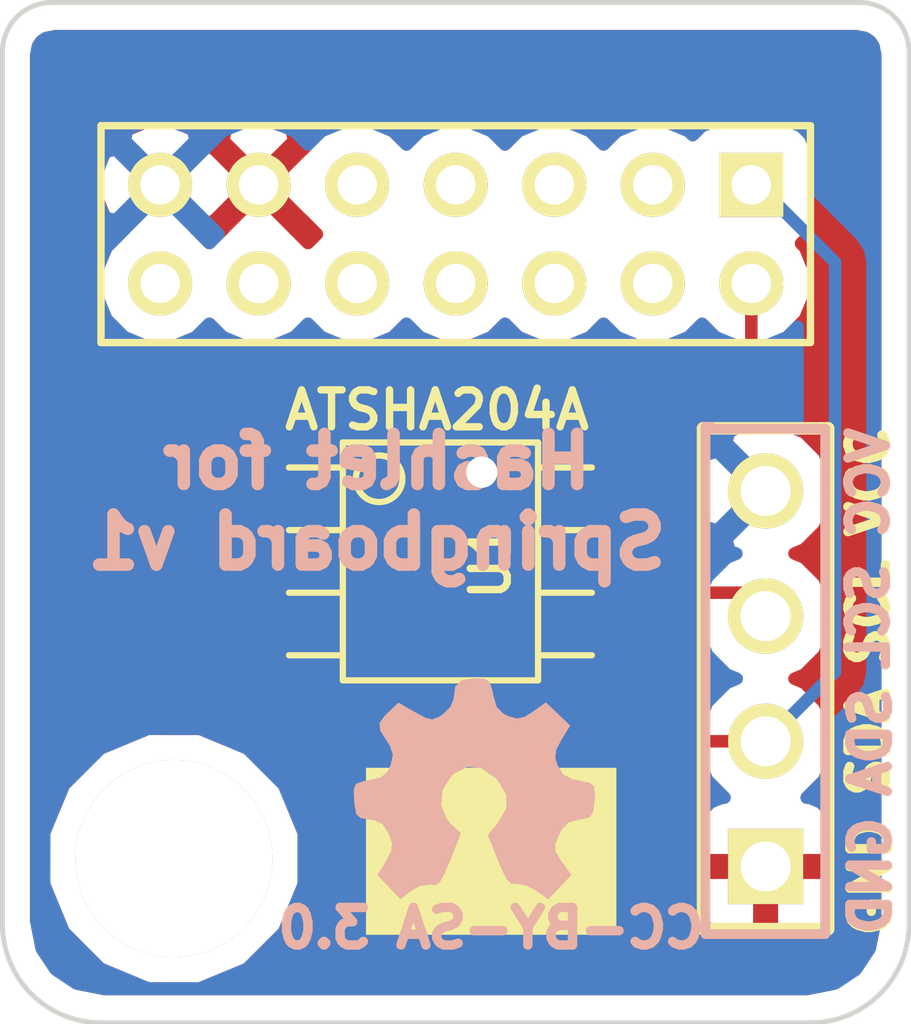
<source format=kicad_pcb>
(kicad_pcb (version 3) (host pcbnew "(2013-may-18)-stable")

  (general
    (links 8)
    (no_connects 0)
    (area 192.443134 134.899999 212.8436 155.79204)
    (thickness 1.6)
    (drawings 25)
    (tracks 16)
    (zones 0)
    (modules 6)
    (nets 5)
  )

  (page A3)
  (layers
    (15 F.Cu signal)
    (0 B.Cu signal)
    (16 B.Adhes user)
    (17 F.Adhes user)
    (18 B.Paste user)
    (19 F.Paste user)
    (20 B.SilkS user)
    (21 F.SilkS user)
    (22 B.Mask user)
    (23 F.Mask user)
    (24 Dwgs.User user)
    (25 Cmts.User user)
    (26 Eco1.User user)
    (27 Eco2.User user)
    (28 Edge.Cuts user)
  )

  (setup
    (last_trace_width 0.254)
    (trace_clearance 0.254)
    (zone_clearance 0.508)
    (zone_45_only no)
    (trace_min 0.254)
    (segment_width 0.2)
    (edge_width 0.1)
    (via_size 0.889)
    (via_drill 0.635)
    (via_min_size 0.889)
    (via_min_drill 0.508)
    (uvia_size 0.508)
    (uvia_drill 0.127)
    (uvias_allowed no)
    (uvia_min_size 0.508)
    (uvia_min_drill 0.127)
    (pcb_text_width 0.3)
    (pcb_text_size 1.5 1.5)
    (mod_edge_width 0.15)
    (mod_text_size 1 1)
    (mod_text_width 0.15)
    (pad_size 4 4)
    (pad_drill 4)
    (pad_to_mask_clearance 0)
    (aux_axis_origin 0 0)
    (visible_elements FFFFF3BF)
    (pcbplotparams
      (layerselection 3178497)
      (usegerberextensions true)
      (excludeedgelayer true)
      (linewidth 0.150000)
      (plotframeref false)
      (viasonmask false)
      (mode 1)
      (useauxorigin false)
      (hpglpennumber 1)
      (hpglpenspeed 20)
      (hpglpendiameter 15)
      (hpglpenoverlay 2)
      (psnegative false)
      (psa4output false)
      (plotreference true)
      (plotvalue true)
      (plotothertext true)
      (plotinvisibletext false)
      (padsonsilk false)
      (subtractmaskfromsilk false)
      (outputformat 1)
      (mirror false)
      (drillshape 1)
      (scaleselection 1)
      (outputdirectory ""))
  )

  (net 0 "")
  (net 1 /I2C0SCL)
  (net 2 /I2C0SDA)
  (net 3 /VCC33)
  (net 4 GND)

  (net_class Default "This is the default net class."
    (clearance 0.254)
    (trace_width 0.254)
    (via_dia 0.889)
    (via_drill 0.635)
    (uvia_dia 0.508)
    (uvia_drill 0.127)
    (add_net "")
    (add_net /I2C0SCL)
    (add_net /I2C0SDA)
    (add_net /VCC33)
    (add_net GND)
  )

  (module PIN_ARRAY_1 (layer F.Cu) (tedit 54871D9E) (tstamp 548723D3)
    (at 197.43 152.32)
    (descr "1 pin")
    (tags "CONN DEV")
    (fp_text reference PIN_ARRAY_1 (at 0 -1.905) (layer F.SilkS) hide
      (effects (font (size 0.762 0.762) (thickness 0.1524)))
    )
    (fp_text value Val** (at 0 -1.905) (layer F.SilkS) hide
      (effects (font (size 0.762 0.762) (thickness 0.1524)))
    )
    (pad 1 thru_hole circle (at 0 0) (size 4 4) (drill 4)
      (layers *.Cu *.Mask F.SilkS)
    )
    (model pin_array\pin_1.wrl
      (at (xyz 0 0 0))
      (scale (xyz 1 1 1))
      (rotate (xyz 0 0 0))
    )
  )

  (module so-8 (layer F.Cu) (tedit 54871D2E) (tstamp 54686585)
    (at 202.84 146.29 270)
    (descr SO-8)
    (path /54685FEC)
    (attr smd)
    (fp_text reference U1 (at 0 -1.016 270) (layer F.SilkS)
      (effects (font (size 0.7493 0.7493) (thickness 0.14986)))
    )
    (fp_text value ATSHA204A (at -3.07 0.07 360) (layer F.SilkS)
      (effects (font (size 0.7493 0.7493) (thickness 0.14986)))
    )
    (fp_line (start -2.413 -1.9812) (end -2.413 1.9812) (layer F.SilkS) (width 0.127))
    (fp_line (start -2.413 1.9812) (end 2.413 1.9812) (layer F.SilkS) (width 0.127))
    (fp_line (start 2.413 1.9812) (end 2.413 -1.9812) (layer F.SilkS) (width 0.127))
    (fp_line (start 2.413 -1.9812) (end -2.413 -1.9812) (layer F.SilkS) (width 0.127))
    (fp_line (start -1.905 -1.9812) (end -1.905 -3.0734) (layer F.SilkS) (width 0.127))
    (fp_line (start -0.635 -1.9812) (end -0.635 -3.0734) (layer F.SilkS) (width 0.127))
    (fp_line (start 0.635 -1.9812) (end 0.635 -3.0734) (layer F.SilkS) (width 0.127))
    (fp_line (start 1.905 -3.0734) (end 1.905 -1.9812) (layer F.SilkS) (width 0.127))
    (fp_line (start 1.905 1.9812) (end 1.905 3.0734) (layer F.SilkS) (width 0.127))
    (fp_line (start 0.635 3.0734) (end 0.635 1.9812) (layer F.SilkS) (width 0.127))
    (fp_line (start -0.635 3.0734) (end -0.635 1.9812) (layer F.SilkS) (width 0.127))
    (fp_line (start -1.905 3.0734) (end -1.905 1.9812) (layer F.SilkS) (width 0.127))
    (fp_circle (center -1.6764 1.2446) (end -1.9558 1.6256) (layer F.SilkS) (width 0.127))
    (pad 1 smd rect (at -1.905 2.794 270) (size 0.635 1.27)
      (layers F.Cu F.Paste F.Mask)
    )
    (pad 2 smd rect (at -0.635 2.794 270) (size 0.635 1.27)
      (layers F.Cu F.Paste F.Mask)
    )
    (pad 3 smd rect (at 0.635 2.794 270) (size 0.635 1.27)
      (layers F.Cu F.Paste F.Mask)
    )
    (pad 4 smd rect (at 1.905 2.794 270) (size 0.635 1.27)
      (layers F.Cu F.Paste F.Mask)
      (net 4 GND)
    )
    (pad 5 smd rect (at 1.905 -2.794 270) (size 0.635 1.27)
      (layers F.Cu F.Paste F.Mask)
      (net 2 /I2C0SDA)
    )
    (pad 6 smd rect (at 0.635 -2.794 270) (size 0.635 1.27)
      (layers F.Cu F.Paste F.Mask)
      (net 1 /I2C0SCL)
    )
    (pad 7 smd rect (at -0.635 -2.794 270) (size 0.635 1.27)
      (layers F.Cu F.Paste F.Mask)
    )
    (pad 8 smd rect (at -1.905 -2.794 270) (size 0.635 1.27)
      (layers F.Cu F.Paste F.Mask)
      (net 3 /VCC33)
    )
    (model smd/smd_dil/so-8.wrl
      (at (xyz 0 0 0))
      (scale (xyz 1 1 1))
      (rotate (xyz 0 0 0))
    )
  )

  (module pin_array_2mm_7x2 (layer F.Cu) (tedit 54871D4C) (tstamp 546865A7)
    (at 203.15 139.65 180)
    (descr "Double range 2mm pins 7x2")
    (tags CONN)
    (path /54685D57)
    (fp_text reference P1 (at 6.33 -3.15 180) (layer F.SilkS) hide
      (effects (font (size 1.016 1.016) (thickness 0.2032)))
    )
    (fp_text value CONN_7X2 (at 0 3.81 180) (layer F.SilkS) hide
      (effects (font (size 1.016 1.016) (thickness 0.2032)))
    )
    (fp_line (start -7.2 -2.2) (end 7.2 -2.2) (layer F.SilkS) (width 0.15))
    (fp_line (start 7.2 -2.2) (end 7.2 2.2) (layer F.SilkS) (width 0.15))
    (fp_line (start 7.2 2.2) (end -7.2 2.2) (layer F.SilkS) (width 0.15))
    (fp_line (start -7.2 2.2) (end -7.2 -2.2) (layer F.SilkS) (width 0.15))
    (pad 1 thru_hole rect (at -6 1 180) (size 1.3 1.3) (drill 0.8)
      (layers *.Cu *.Mask F.SilkS)
      (net 2 /I2C0SDA)
    )
    (pad 2 thru_hole circle (at -6 -1 180) (size 1.3 1.3) (drill 0.8)
      (layers *.Cu *.Mask F.SilkS)
      (net 1 /I2C0SCL)
    )
    (pad 3 thru_hole circle (at -4 1 180) (size 1.3 1.3) (drill 0.8)
      (layers *.Cu *.Mask F.SilkS)
    )
    (pad 4 thru_hole circle (at -4 -1 180) (size 1.3 1.3) (drill 0.8)
      (layers *.Cu *.Mask F.SilkS)
    )
    (pad 5 thru_hole circle (at -2 1 180) (size 1.3 1.3) (drill 0.8)
      (layers *.Cu *.Mask F.SilkS)
    )
    (pad 6 thru_hole circle (at -2 -1 180) (size 1.3 1.3) (drill 0.8)
      (layers *.Cu *.Mask F.SilkS)
    )
    (pad 7 thru_hole circle (at 0 1 180) (size 1.3 1.3) (drill 0.8)
      (layers *.Cu *.Mask F.SilkS)
    )
    (pad 8 thru_hole circle (at 0 -1 180) (size 1.3 1.3) (drill 0.8)
      (layers *.Cu *.Mask F.SilkS)
    )
    (pad 9 thru_hole circle (at 2 1 180) (size 1.3 1.3) (drill 0.8)
      (layers *.Cu *.Mask F.SilkS)
    )
    (pad 10 thru_hole circle (at 2 -1 180) (size 1.3 1.3) (drill 0.8)
      (layers *.Cu *.Mask F.SilkS)
    )
    (pad 11 thru_hole circle (at 4 1 180) (size 1.3 1.3) (drill 0.8)
      (layers *.Cu *.Mask F.SilkS)
      (net 4 GND)
    )
    (pad 12 thru_hole circle (at 4 -1 180) (size 1.3 1.3) (drill 0.8)
      (layers *.Cu *.Mask F.SilkS)
    )
    (pad 13 thru_hole circle (at 6 1 180) (size 1.3 1.3) (drill 0.8)
      (layers *.Cu *.Mask F.SilkS)
      (net 3 /VCC33)
    )
    (pad 14 thru_hole circle (at 6 -1 180) (size 1.3 1.3) (drill 0.8)
      (layers *.Cu *.Mask F.SilkS)
    )
    (model pin_array/pins_array_3x2.wrl
      (at (xyz 0 0 0))
      (scale (xyz 1 1 1))
      (rotate (xyz 0 0 0))
    )
  )

  (module PIN_ARRAY_4x1 (layer F.Cu) (tedit 54871BD1) (tstamp 5487257E)
    (at 209.44 148.67 90)
    (descr "Double rangee de contacts 2 x 5 pins")
    (tags CONN)
    (path /54871099)
    (fp_text reference P2 (at -4.08 -2.43 90) (layer F.SilkS) hide
      (effects (font (size 1.016 1.016) (thickness 0.2032)))
    )
    (fp_text value CONN_4 (at 0 2.54 90) (layer F.SilkS) hide
      (effects (font (size 1.016 1.016) (thickness 0.2032)))
    )
    (fp_line (start 5.08 1.27) (end -5.08 1.27) (layer F.SilkS) (width 0.254))
    (fp_line (start 5.08 -1.27) (end -5.08 -1.27) (layer F.SilkS) (width 0.254))
    (fp_line (start -5.08 -1.27) (end -5.08 1.27) (layer F.SilkS) (width 0.254))
    (fp_line (start 5.08 1.27) (end 5.08 -1.27) (layer F.SilkS) (width 0.254))
    (pad 1 thru_hole rect (at -3.81 0 90) (size 1.524 1.524) (drill 1.016)
      (layers *.Cu *.Mask F.SilkS)
      (net 4 GND)
    )
    (pad 2 thru_hole circle (at -1.27 0 90) (size 1.524 1.524) (drill 1.016)
      (layers *.Cu *.Mask F.SilkS)
      (net 2 /I2C0SDA)
    )
    (pad 3 thru_hole circle (at 1.27 0 90) (size 1.524 1.524) (drill 1.016)
      (layers *.Cu *.Mask F.SilkS)
      (net 1 /I2C0SCL)
    )
    (pad 4 thru_hole circle (at 3.81 0 90) (size 1.524 1.524) (drill 1.016)
      (layers *.Cu *.Mask F.SilkS)
      (net 3 /VCC33)
    )
    (model pin_array\pins_array_4x1.wrl
      (at (xyz 0 0 0))
      (scale (xyz 1 1 1))
      (rotate (xyz 0 0 0))
    )
  )

  (module LOGO (layer F.Cu) (tedit 0) (tstamp 54872818)
    (at 203.87 152.17)
    (fp_text reference G*** (at 0 2.45364) (layer F.SilkS) hide
      (effects (font (size 1.524 1.524) (thickness 0.3048)))
    )
    (fp_text value LOGO (at 0 -2.45364) (layer F.SilkS) hide
      (effects (font (size 1.524 1.524) (thickness 0.3048)))
    )
    (fp_poly (pts (xy 2.54 1.69418) (xy 0 1.69418) (xy -2.54 1.69418) (xy -2.54 0)
      (xy -2.54 -1.69164) (xy 0 -1.69164) (xy 2.54 -1.69164) (xy 2.54 0)
      (xy 2.54 1.69418) (xy 2.54 1.69418)) (layer F.SilkS) (width 0.00254))
  )

  (module OSHW (layer B.Cu) (tedit 0) (tstamp 548728E9)
    (at 203.53 150.95)
    (fp_text reference G*** (at 0 -3.048) (layer B.SilkS) hide
      (effects (font (size 1.524 1.524) (thickness 0.3048)) (justify mirror))
    )
    (fp_text value LOGO (at 0 3.048) (layer B.SilkS) hide
      (effects (font (size 1.524 1.524) (thickness 0.3048)) (justify mirror))
    )
    (fp_poly (pts (xy 2.44602 0.06604) (xy 2.4384 0.19812) (xy 2.41046 0.42164) (xy 2.34442 0.52832)
      (xy 2.1971 0.56896) (xy 2.1336 0.57658) (xy 1.91262 0.635) (xy 1.76784 0.78994)
      (xy 1.71958 0.88392) (xy 1.6383 1.0795) (xy 1.64338 1.2192) (xy 1.7399 1.38684)
      (xy 1.77546 1.4351) (xy 1.96596 1.70434) (xy 1.73228 1.94818) (xy 1.4986 2.19456)
      (xy 1.25222 2.0193) (xy 1.04394 1.91262) (xy 0.86106 1.88214) (xy 0.84582 1.88468)
      (xy 0.74676 1.8796) (xy 0.65278 1.78562) (xy 0.5461 1.57226) (xy 0.48006 1.4097)
      (xy 0.27178 0.889) (xy 0.47498 0.65024) (xy 0.64516 0.3556) (xy 0.6477 0.07366)
      (xy 0.48006 -0.20574) (xy 0.42926 -0.26162) (xy 0.14478 -0.46228) (xy -0.13716 -0.49276)
      (xy -0.40894 -0.35814) (xy -0.4699 -0.30226) (xy -0.64516 -0.0254) (xy -0.67564 0.28194)
      (xy -0.56388 0.56642) (xy -0.47752 0.66802) (xy -0.27432 0.85598) (xy -0.49022 1.39954)
      (xy -0.61214 1.68656) (xy -0.70358 1.84658) (xy -0.79248 1.905) (xy -0.88646 1.89738)
      (xy -1.10236 1.92024) (xy -1.2827 2.02184) (xy -1.50114 2.19202) (xy -1.73482 1.94818)
      (xy -1.9685 1.70434) (xy -1.79578 1.4224) (xy -1.6891 1.2192) (xy -1.67386 1.05918)
      (xy -1.73736 0.87122) (xy -1.85928 0.6731) (xy -2.04216 0.58928) (xy -2.1336 0.57658)
      (xy -2.3114 0.5461) (xy -2.39776 0.46482) (xy -2.43332 0.28448) (xy -2.44094 0.1905)
      (xy -2.44856 -0.03556) (xy -2.40538 -0.14732) (xy -2.26314 -0.19812) (xy -2.12852 -0.22098)
      (xy -1.88976 -0.28194) (xy -1.76022 -0.39878) (xy -1.69926 -0.52832) (xy -1.65608 -0.73914)
      (xy -1.71704 -0.92202) (xy -1.78054 -1.01854) (xy -1.91262 -1.22936) (xy -1.92786 -1.37668)
      (xy -1.82626 -1.52146) (xy -1.74498 -1.60274) (xy -1.54178 -1.79324) (xy -1.2065 -1.6002)
      (xy -0.99314 -1.4859) (xy -0.85852 -1.45288) (xy -0.73406 -1.4986) (xy -0.6477 -1.55194)
      (xy -0.49022 -1.70434) (xy -0.42418 -1.85928) (xy -0.38862 -2.11836) (xy -0.25654 -2.25044)
      (xy -0.00254 -2.286) (xy 0 -2.286) (xy 0.21082 -2.27584) (xy 0.31242 -2.20726)
      (xy 0.36576 -2.032) (xy 0.37846 -1.9558) (xy 0.44958 -1.70942) (xy 0.58674 -1.56972)
      (xy 0.67818 -1.524) (xy 0.8636 -1.47066) (xy 1.02108 -1.50622) (xy 1.18618 -1.61036)
      (xy 1.45034 -1.79832) (xy 1.69672 -1.56464) (xy 1.9431 -1.32842) (xy 1.7653 -1.0414)
      (xy 1.65608 -0.83058) (xy 1.64084 -0.66548) (xy 1.69164 -0.51308) (xy 1.8034 -0.33528)
      (xy 1.9939 -0.23876) (xy 2.12852 -0.21082) (xy 2.33934 -0.16764) (xy 2.43078 -0.09398)
      (xy 2.44602 0.06604) (xy 2.44602 0.06604)) (layer B.SilkS) (width 0.00254))
  )

  (gr_text "CC-BY-SA 3.0\n" (at 203.87 153.73) (layer B.SilkS)
    (effects (font (size 0.762 0.762) (thickness 0.1905)) (justify mirror))
  )
  (gr_text "Hashlet for\nSpringboard v1" (at 201.55 145.08) (layer B.SilkS)
    (effects (font (size 1.016 1.016) (thickness 0.254)) (justify mirror))
  )
  (gr_text VCC (at 211.53 144.7 90) (layer B.SilkS)
    (effects (font (size 0.762 0.762) (thickness 0.1905)) (justify mirror))
  )
  (gr_text SCL (at 211.53 147.41 90) (layer B.SilkS)
    (effects (font (size 0.762 0.762) (thickness 0.1905)) (justify mirror))
  )
  (gr_text SDA (at 211.57 149.96 90) (layer B.SilkS)
    (effects (font (size 0.762 0.762) (thickness 0.1905)) (justify mirror))
  )
  (gr_text GND (at 211.57 152.67 90) (layer B.SilkS)
    (effects (font (size 0.762 0.762) (thickness 0.1905)) (justify mirror))
  )
  (gr_line (start 208.22 143.56) (end 208.33 143.56) (angle 90) (layer B.SilkS) (width 0.2))
  (gr_line (start 208.22 153.85) (end 208.22 143.56) (angle 90) (layer B.SilkS) (width 0.2))
  (gr_line (start 210.65 153.85) (end 208.22 153.85) (angle 90) (layer B.SilkS) (width 0.2))
  (gr_line (start 210.65 143.6) (end 210.65 153.85) (angle 90) (layer B.SilkS) (width 0.2))
  (gr_line (start 208.22 143.6) (end 210.65 143.6) (angle 90) (layer B.SilkS) (width 0.2))
  (gr_text VCC (at 211.53 144.67 90) (layer F.SilkS)
    (effects (font (size 0.762 0.762) (thickness 0.1905)))
  )
  (gr_text SCL (at 211.53 147.33 90) (layer F.SilkS)
    (effects (font (size 0.762 0.762) (thickness 0.1905)))
  )
  (gr_text SDA (at 211.53 149.96 90) (layer F.SilkS)
    (effects (font (size 0.762 0.762) (thickness 0.1905)))
  )
  (gr_text GND (at 211.57 152.7 90) (layer F.SilkS)
    (effects (font (size 0.762 0.762) (thickness 0.1905)))
  )
  (gr_line (start 195.95 155.65) (end 210.35 155.65) (angle 90) (layer Edge.Cuts) (width 0.1))
  (gr_arc (start 195.95 153.65) (end 195.95 155.65) (angle 90) (layer Edge.Cuts) (width 0.1))
  (gr_line (start 193.95 135.95) (end 193.95 153.65) (angle 90) (layer Edge.Cuts) (width 0.1))
  (gr_arc (start 194.95 135.95) (end 193.95 135.95) (angle 90) (layer Edge.Cuts) (width 0.1))
  (gr_line (start 195.95 134.95) (end 194.94 134.95) (angle 90) (layer Edge.Cuts) (width 0.1))
  (gr_line (start 212.35 153.65) (end 212.35 135.95) (angle 90) (layer Edge.Cuts) (width 0.1))
  (gr_arc (start 210.35 153.65) (end 212.35 153.65) (angle 90) (layer Edge.Cuts) (width 0.1))
  (gr_arc (start 211.35 135.95) (end 211.35 134.95) (angle 90) (layer Edge.Cuts) (width 0.1))
  (gr_line (start 210.35 134.95) (end 211.35 134.95) (angle 90) (layer Edge.Cuts) (width 0.1))
  (gr_line (start 210.35 134.95) (end 195.95 134.95) (angle 90) (layer Edge.Cuts) (width 0.1))

  (segment (start 209.15 140.65) (end 209.15 142.1) (width 0.254) (layer F.Cu) (net 1))
  (segment (start 209.15 142.1) (end 207.72 143.53) (width 0.254) (layer F.Cu) (net 1) (tstamp 5487251A))
  (segment (start 207.72 143.53) (end 207.72 145.97) (width 0.254) (layer F.Cu) (net 1) (tstamp 5487251C))
  (segment (start 207.72 145.97) (end 206.765 146.925) (width 0.254) (layer F.Cu) (net 1) (tstamp 5487251E))
  (segment (start 206.765 146.925) (end 208.965 146.925) (width 0.254) (layer F.Cu) (net 1))
  (segment (start 206.765 146.925) (end 205.634 146.925) (width 0.254) (layer F.Cu) (net 1) (tstamp 5487251F))
  (segment (start 208.965 146.925) (end 209.44 147.4) (width 0.254) (layer F.Cu) (net 1) (tstamp 54872522))
  (segment (start 209.44 149.94) (end 207.379 149.94) (width 0.254) (layer F.Cu) (net 2))
  (segment (start 207.379 149.94) (end 205.634 148.195) (width 0.254) (layer F.Cu) (net 2) (tstamp 5487250C))
  (segment (start 209.15 138.65) (end 209.28 138.65) (width 0.254) (layer B.Cu) (net 2))
  (segment (start 210.85 148.53) (end 209.44 149.94) (width 0.254) (layer B.Cu) (net 2) (tstamp 54872507))
  (segment (start 210.85 140.22) (end 210.85 148.53) (width 0.254) (layer B.Cu) (net 2) (tstamp 54872505))
  (segment (start 209.28 138.65) (end 210.85 140.22) (width 0.254) (layer B.Cu) (net 2) (tstamp 54872504))
  (segment (start 205.634 144.385) (end 203.775 144.385) (width 0.254) (layer F.Cu) (net 3))
  (via (at 203.68 144.48) (size 0.889) (layers F.Cu B.Cu) (net 3))
  (segment (start 203.775 144.385) (end 203.68 144.48) (width 0.254) (layer F.Cu) (net 3) (tstamp 54872539))

  (zone (net 4) (net_name GND) (layer F.Cu) (tstamp 54872389) (hatch edge 0.508)
    (connect_pads (clearance 0.508))
    (min_thickness 0.254)
    (fill (arc_segments 16) (thermal_gap 0.508) (thermal_bridge_width 0.508))
    (polygon
      (pts
        (xy 195 135.14) (xy 211.3 135.14) (xy 212.03 135.71) (xy 212.18 153.66) (xy 211.68 154.84)
        (xy 210.65 155.41) (xy 195.76 155.45) (xy 194.73 154.84) (xy 194.16 153.92) (xy 194.16 135.79)
        (xy 194.92 135.14)
      )
    )
    (filled_polygon
      (pts
        (xy 211.665 153.585707) (xy 211.552964 154.146387) (xy 211.269288 154.571742) (xy 210.849626 154.851623) (xy 210.837241 154.854097)
        (xy 210.837241 149.663339) (xy 210.625009 149.149697) (xy 210.23237 148.756372) (xy 210.024485 148.67005) (xy 210.230303 148.585009)
        (xy 210.623628 148.19237) (xy 210.836756 147.679099) (xy 210.837241 147.123339) (xy 210.625009 146.609697) (xy 210.23237 146.216372)
        (xy 210.024485 146.13005) (xy 210.230303 146.045009) (xy 210.623628 145.65237) (xy 210.836756 145.139099) (xy 210.837241 144.583339)
        (xy 210.625009 144.069697) (xy 210.23237 143.676372) (xy 209.719099 143.463244) (xy 209.163339 143.462759) (xy 208.654711 143.672919)
        (xy 209.688815 142.638816) (xy 209.688815 142.638815) (xy 209.853996 142.391605) (xy 209.911999 142.1) (xy 209.912 142.1)
        (xy 209.912 141.705009) (xy 210.238734 141.378844) (xy 210.434776 140.906724) (xy 210.435222 140.395519) (xy 210.240005 139.923057)
        (xy 210.156756 139.839662) (xy 210.159229 139.838641) (xy 210.338013 139.660168) (xy 210.434889 139.426864) (xy 210.43511 139.174245)
        (xy 210.43511 137.874245) (xy 210.338641 137.640771) (xy 210.160168 137.461987) (xy 209.926864 137.365111) (xy 209.674245 137.36489)
        (xy 208.374245 137.36489) (xy 208.140771 137.461359) (xy 207.961987 137.639832) (xy 207.960602 137.643166) (xy 207.878844 137.561266)
        (xy 207.406724 137.365224) (xy 206.895519 137.364778) (xy 206.423057 137.559995) (xy 206.14984 137.832735) (xy 205.878844 137.561266)
        (xy 205.406724 137.365224) (xy 204.895519 137.364778) (xy 204.423057 137.559995) (xy 204.14984 137.832735) (xy 203.878844 137.561266)
        (xy 203.406724 137.365224) (xy 202.895519 137.364778) (xy 202.423057 137.559995) (xy 202.14984 137.832735) (xy 201.878844 137.561266)
        (xy 201.406724 137.365224) (xy 200.895519 137.364778) (xy 200.423057 137.559995) (xy 200.061266 137.921156) (xy 200.056588 137.93242)
        (xy 200.049014 137.930591) (xy 199.869409 138.110196) (xy 199.869409 137.750986) (xy 199.813729 137.52039) (xy 199.330922 137.352378)
        (xy 198.820572 137.381919) (xy 198.486271 137.52039) (xy 198.430591 137.750986) (xy 199.15 138.470395) (xy 199.869409 137.750986)
        (xy 199.869409 138.110196) (xy 199.329605 138.65) (xy 200.049014 139.369409) (xy 200.056168 139.367681) (xy 200.059995 139.376943)
        (xy 200.332735 139.650159) (xy 200.14984 139.832735) (xy 199.878844 139.561266) (xy 199.867579 139.556588) (xy 199.869409 139.549014)
        (xy 199.15 138.829605) (xy 198.430591 139.549014) (xy 198.432318 139.556168) (xy 198.423057 139.559995) (xy 198.14984 139.832735)
        (xy 197.967264 139.64984) (xy 198.238734 139.378844) (xy 198.243411 139.367579) (xy 198.250986 139.369409) (xy 198.970395 138.65)
        (xy 198.250986 137.930591) (xy 198.243831 137.932318) (xy 198.240005 137.923057) (xy 197.878844 137.561266) (xy 197.406724 137.365224)
        (xy 196.895519 137.364778) (xy 196.423057 137.559995) (xy 196.061266 137.921156) (xy 195.865224 138.393276) (xy 195.864778 138.904481)
        (xy 196.059995 139.376943) (xy 196.332735 139.650159) (xy 196.061266 139.921156) (xy 195.865224 140.393276) (xy 195.864778 140.904481)
        (xy 196.059995 141.376943) (xy 196.421156 141.738734) (xy 196.893276 141.934776) (xy 197.404481 141.935222) (xy 197.876943 141.740005)
        (xy 198.150159 141.467264) (xy 198.421156 141.738734) (xy 198.893276 141.934776) (xy 199.404481 141.935222) (xy 199.876943 141.740005)
        (xy 200.150159 141.467264) (xy 200.421156 141.738734) (xy 200.893276 141.934776) (xy 201.404481 141.935222) (xy 201.876943 141.740005)
        (xy 202.150159 141.467264) (xy 202.421156 141.738734) (xy 202.893276 141.934776) (xy 203.404481 141.935222) (xy 203.876943 141.740005)
        (xy 204.150159 141.467264) (xy 204.421156 141.738734) (xy 204.893276 141.934776) (xy 205.404481 141.935222) (xy 205.876943 141.740005)
        (xy 206.150159 141.467264) (xy 206.421156 141.738734) (xy 206.893276 141.934776) (xy 207.404481 141.935222) (xy 207.876943 141.740005)
        (xy 208.150159 141.467264) (xy 208.388 141.70552) (xy 208.388 141.784369) (xy 207.181185 142.991185) (xy 207.016004 143.238395)
        (xy 206.958 143.53) (xy 206.958 145.654369) (xy 206.90411 145.708259) (xy 206.90411 145.211745) (xy 206.824806 145.019815)
        (xy 206.903889 144.829364) (xy 206.90411 144.576745) (xy 206.90411 143.941745) (xy 206.807641 143.708271) (xy 206.629168 143.529487)
        (xy 206.395864 143.432611) (xy 206.143245 143.43239) (xy 204.873245 143.43239) (xy 204.639771 143.528859) (xy 204.545465 143.623)
        (xy 204.349807 143.623) (xy 204.292286 143.565378) (xy 203.895668 143.400687) (xy 203.466216 143.400313) (xy 203.069311 143.564311)
        (xy 202.765378 143.867714) (xy 202.600687 144.264332) (xy 202.600313 144.693784) (xy 202.764311 145.090689) (xy 203.067714 145.394622)
        (xy 203.464332 145.559313) (xy 203.893784 145.559687) (xy 204.290689 145.395689) (xy 204.364013 145.322492) (xy 204.36389 145.463255)
        (xy 204.36389 146.098255) (xy 204.443193 146.290184) (xy 204.364111 146.480636) (xy 204.36389 146.733255) (xy 204.36389 147.368255)
        (xy 204.443193 147.560184) (xy 204.364111 147.750636) (xy 204.36389 148.003255) (xy 204.36389 148.638255) (xy 204.460359 148.871729)
        (xy 204.638832 149.050513) (xy 204.872136 149.147389) (xy 205.124755 149.14761) (xy 205.508979 149.14761) (xy 206.840184 150.478815)
        (xy 206.840185 150.478815) (xy 207.087395 150.643996) (xy 207.379 150.702) (xy 208.243296 150.702) (xy 208.254991 150.730303)
        (xy 208.607134 151.083062) (xy 208.551136 151.083111) (xy 208.317832 151.179987) (xy 208.139359 151.358771) (xy 208.04289 151.592245)
        (xy 208.043 152.19425) (xy 208.20175 152.353) (xy 209.313 152.353) (xy 209.313 152.333) (xy 209.567 152.333)
        (xy 209.567 152.353) (xy 210.67825 152.353) (xy 210.837 152.19425) (xy 210.83711 151.592245) (xy 210.740641 151.358771)
        (xy 210.562168 151.179987) (xy 210.328864 151.083111) (xy 210.272323 151.083061) (xy 210.623628 150.73237) (xy 210.836756 150.219099)
        (xy 210.837241 149.663339) (xy 210.837241 154.854097) (xy 210.83711 154.854123) (xy 210.83711 153.367755) (xy 210.837 152.76575)
        (xy 210.67825 152.607) (xy 209.567 152.607) (xy 209.567 153.71825) (xy 209.72575 153.877) (xy 210.076245 153.87711)
        (xy 210.328864 153.876889) (xy 210.562168 153.780013) (xy 210.740641 153.601229) (xy 210.83711 153.367755) (xy 210.83711 154.854123)
        (xy 210.282231 154.965) (xy 209.313 154.965) (xy 209.313 153.71825) (xy 209.313 152.607) (xy 208.20175 152.607)
        (xy 208.043 152.76575) (xy 208.04289 153.367755) (xy 208.139359 153.601229) (xy 208.317832 153.780013) (xy 208.551136 153.876889)
        (xy 208.803755 153.87711) (xy 209.15425 153.877) (xy 209.313 153.71825) (xy 209.313 154.965) (xy 201.31611 154.965)
        (xy 201.31611 148.638255) (xy 201.31611 147.751745) (xy 201.236806 147.559815) (xy 201.315889 147.369364) (xy 201.31611 147.116745)
        (xy 201.31611 146.481745) (xy 201.236806 146.289815) (xy 201.315889 146.099364) (xy 201.31611 145.846745) (xy 201.31611 145.211745)
        (xy 201.236806 145.019815) (xy 201.315889 144.829364) (xy 201.31611 144.576745) (xy 201.31611 143.941745) (xy 201.219641 143.708271)
        (xy 201.041168 143.529487) (xy 200.807864 143.432611) (xy 200.555245 143.43239) (xy 199.285245 143.43239) (xy 199.051771 143.528859)
        (xy 198.872987 143.707332) (xy 198.776111 143.940636) (xy 198.77589 144.193255) (xy 198.77589 144.828255) (xy 198.855193 145.020184)
        (xy 198.776111 145.210636) (xy 198.77589 145.463255) (xy 198.77589 146.098255) (xy 198.855193 146.290184) (xy 198.776111 146.480636)
        (xy 198.77589 146.733255) (xy 198.77589 147.368255) (xy 198.855117 147.56) (xy 198.77589 147.751745) (xy 198.776 147.90925)
        (xy 198.93475 148.068) (xy 199.919 148.068) (xy 199.919 148.048) (xy 200.173 148.048) (xy 200.173 148.068)
        (xy 201.15725 148.068) (xy 201.316 147.90925) (xy 201.31611 147.751745) (xy 201.31611 148.638255) (xy 201.316 148.48075)
        (xy 201.15725 148.322) (xy 200.173 148.322) (xy 200.173 148.98875) (xy 200.33175 149.1475) (xy 200.555245 149.14761)
        (xy 200.807864 149.147389) (xy 201.041168 149.050513) (xy 201.219641 148.871729) (xy 201.31611 148.638255) (xy 201.31611 154.965)
        (xy 200.065456 154.965) (xy 200.065456 151.798166) (xy 199.919 151.443715) (xy 199.919 148.98875) (xy 199.919 148.322)
        (xy 198.93475 148.322) (xy 198.776 148.48075) (xy 198.77589 148.638255) (xy 198.872359 148.871729) (xy 199.050832 149.050513)
        (xy 199.284136 149.147389) (xy 199.536755 149.14761) (xy 199.76025 149.1475) (xy 199.919 148.98875) (xy 199.919 151.443715)
        (xy 199.665146 150.829343) (xy 198.924556 150.087459) (xy 197.956433 149.685459) (xy 196.908166 149.684544) (xy 195.939343 150.084854)
        (xy 195.197459 150.825444) (xy 194.795459 151.793567) (xy 194.794544 152.841834) (xy 195.194854 153.810657) (xy 195.935444 154.552541)
        (xy 196.903567 154.954541) (xy 197.951834 154.955456) (xy 198.920657 154.555146) (xy 199.662541 153.814556) (xy 200.064541 152.846433)
        (xy 200.065456 151.798166) (xy 200.065456 154.965) (xy 196.014292 154.965) (xy 195.453612 154.852964) (xy 195.028257 154.569288)
        (xy 194.748376 154.149626) (xy 194.635 153.582231) (xy 194.635 136.017164) (xy 194.671115 135.834766) (xy 194.736099 135.737328)
        (xy 194.8349 135.671435) (xy 195.018916 135.635) (xy 195.95 135.635) (xy 210.35 135.635) (xy 211.282835 135.635)
        (xy 211.465233 135.671115) (xy 211.562671 135.736099) (xy 211.628564 135.8349) (xy 211.665 136.018916) (xy 211.665 153.585707)
      )
    )
  )
  (zone (net 3) (net_name /VCC33) (layer B.Cu) (tstamp 5487238B) (hatch edge 0.508)
    (connect_pads (clearance 0.508))
    (min_thickness 0.254)
    (fill (arc_segments 16) (thermal_gap 0.508) (thermal_bridge_width 0.508))
    (polygon
      (pts
        (xy 195.83 155.37) (xy 194.65 154.84) (xy 194.23 153.92) (xy 194.23 135.79) (xy 194.84 135.22)
        (xy 211.42 135.22) (xy 212.03 135.67) (xy 212.18 153.66) (xy 211.72 154.72) (xy 210.54 155.41)
        (xy 195.95 155.41)
      )
    )
    (filled_polygon
      (pts
        (xy 211.665 153.585707) (xy 211.612 153.850943) (xy 211.612 148.53) (xy 211.612 140.22) (xy 211.553996 139.928395)
        (xy 211.388815 139.681185) (xy 211.388815 139.681184) (xy 210.43511 138.727479) (xy 210.43511 137.874245) (xy 210.338641 137.640771)
        (xy 210.160168 137.461987) (xy 209.926864 137.365111) (xy 209.674245 137.36489) (xy 208.374245 137.36489) (xy 208.140771 137.461359)
        (xy 207.961987 137.639832) (xy 207.960602 137.643166) (xy 207.878844 137.561266) (xy 207.406724 137.365224) (xy 206.895519 137.364778)
        (xy 206.423057 137.559995) (xy 206.14984 137.832735) (xy 205.878844 137.561266) (xy 205.406724 137.365224) (xy 204.895519 137.364778)
        (xy 204.423057 137.559995) (xy 204.14984 137.832735) (xy 203.878844 137.561266) (xy 203.406724 137.365224) (xy 202.895519 137.364778)
        (xy 202.423057 137.559995) (xy 202.14984 137.832735) (xy 201.878844 137.561266) (xy 201.406724 137.365224) (xy 200.895519 137.364778)
        (xy 200.423057 137.559995) (xy 200.14984 137.832735) (xy 199.878844 137.561266) (xy 199.406724 137.365224) (xy 198.895519 137.364778)
        (xy 198.423057 137.559995) (xy 198.061266 137.921156) (xy 198.056588 137.93242) (xy 198.049014 137.930591) (xy 197.869409 138.110196)
        (xy 197.869409 137.750986) (xy 197.813729 137.52039) (xy 197.330922 137.352378) (xy 196.820572 137.381919) (xy 196.486271 137.52039)
        (xy 196.430591 137.750986) (xy 197.15 138.470395) (xy 197.869409 137.750986) (xy 197.869409 138.110196) (xy 197.329605 138.65)
        (xy 198.049014 139.369409) (xy 198.056168 139.367681) (xy 198.059995 139.376943) (xy 198.332735 139.650159) (xy 198.14984 139.832735)
        (xy 197.878844 139.561266) (xy 197.867579 139.556588) (xy 197.869409 139.549014) (xy 197.15 138.829605) (xy 196.970395 139.00921)
        (xy 196.970395 138.65) (xy 196.250986 137.930591) (xy 196.02039 137.986271) (xy 195.852378 138.469078) (xy 195.881919 138.979428)
        (xy 196.02039 139.313729) (xy 196.250986 139.369409) (xy 196.970395 138.65) (xy 196.970395 139.00921) (xy 196.430591 139.549014)
        (xy 196.432318 139.556168) (xy 196.423057 139.559995) (xy 196.061266 139.921156) (xy 195.865224 140.393276) (xy 195.864778 140.904481)
        (xy 196.059995 141.376943) (xy 196.421156 141.738734) (xy 196.893276 141.934776) (xy 197.404481 141.935222) (xy 197.876943 141.740005)
        (xy 198.150159 141.467264) (xy 198.421156 141.738734) (xy 198.893276 141.934776) (xy 199.404481 141.935222) (xy 199.876943 141.740005)
        (xy 200.150159 141.467264) (xy 200.421156 141.738734) (xy 200.893276 141.934776) (xy 201.404481 141.935222) (xy 201.876943 141.740005)
        (xy 202.150159 141.467264) (xy 202.421156 141.738734) (xy 202.893276 141.934776) (xy 203.404481 141.935222) (xy 203.876943 141.740005)
        (xy 204.150159 141.467264) (xy 204.421156 141.738734) (xy 204.893276 141.934776) (xy 205.404481 141.935222) (xy 205.876943 141.740005)
        (xy 206.150159 141.467264) (xy 206.421156 141.738734) (xy 206.893276 141.934776) (xy 207.404481 141.935222) (xy 207.876943 141.740005)
        (xy 208.150159 141.467264) (xy 208.421156 141.738734) (xy 208.893276 141.934776) (xy 209.404481 141.935222) (xy 209.876943 141.740005)
        (xy 210.088 141.529315) (xy 210.088 143.607941) (xy 209.647696 143.450857) (xy 209.092631 143.47864) (xy 208.708858 143.637604)
        (xy 208.639393 143.879788) (xy 209.44 144.680395) (xy 209.454142 144.666252) (xy 209.633747 144.845857) (xy 209.619605 144.86)
        (xy 209.633747 144.874142) (xy 209.454142 145.053747) (xy 209.44 145.039605) (xy 209.260395 145.21921) (xy 209.260395 144.86)
        (xy 208.459788 144.059393) (xy 208.217604 144.128858) (xy 208.030857 144.652304) (xy 208.05864 145.207369) (xy 208.217604 145.591142)
        (xy 208.459788 145.660607) (xy 209.260395 144.86) (xy 209.260395 145.21921) (xy 208.639393 145.840212) (xy 208.708858 146.082396)
        (xy 208.849321 146.132508) (xy 208.649697 146.214991) (xy 208.256372 146.60763) (xy 208.043244 147.120901) (xy 208.042759 147.676661)
        (xy 208.254991 148.190303) (xy 208.64763 148.583628) (xy 208.855514 148.669949) (xy 208.649697 148.754991) (xy 208.256372 149.14763)
        (xy 208.043244 149.660901) (xy 208.042759 150.216661) (xy 208.254991 150.730303) (xy 208.606963 151.08289) (xy 208.552245 151.08289)
        (xy 208.318771 151.179359) (xy 208.139987 151.357832) (xy 208.043111 151.591136) (xy 208.04289 151.843755) (xy 208.04289 153.367755)
        (xy 208.139359 153.601229) (xy 208.317832 153.780013) (xy 208.551136 153.876889) (xy 208.803755 153.87711) (xy 210.327755 153.87711)
        (xy 210.561229 153.780641) (xy 210.740013 153.602168) (xy 210.836889 153.368864) (xy 210.83711 153.116245) (xy 210.83711 151.592245)
        (xy 210.740641 151.358771) (xy 210.562168 151.179987) (xy 210.328864 151.083111) (xy 210.272323 151.083061) (xy 210.623628 150.73237)
        (xy 210.836756 150.219099) (xy 210.837241 149.663339) (xy 210.824683 149.632946) (xy 211.388815 149.068815) (xy 211.553996 148.821605)
        (xy 211.611999 148.53) (xy 211.612 148.53) (xy 211.612 153.850943) (xy 211.552964 154.146387) (xy 211.269288 154.571742)
        (xy 210.849626 154.851623) (xy 210.282231 154.965) (xy 200.065456 154.965) (xy 200.065456 151.798166) (xy 199.665146 150.829343)
        (xy 198.924556 150.087459) (xy 197.956433 149.685459) (xy 196.908166 149.684544) (xy 195.939343 150.084854) (xy 195.197459 150.825444)
        (xy 194.795459 151.793567) (xy 194.794544 152.841834) (xy 195.194854 153.810657) (xy 195.935444 154.552541) (xy 196.903567 154.954541)
        (xy 197.951834 154.955456) (xy 198.920657 154.555146) (xy 199.662541 153.814556) (xy 200.064541 152.846433) (xy 200.065456 151.798166)
        (xy 200.065456 154.965) (xy 196.014292 154.965) (xy 195.453612 154.852964) (xy 195.028257 154.569288) (xy 194.748376 154.149626)
        (xy 194.635 153.582231) (xy 194.635 136.017164) (xy 194.671115 135.834766) (xy 194.736099 135.737328) (xy 194.8349 135.671435)
        (xy 195.018916 135.635) (xy 195.95 135.635) (xy 210.35 135.635) (xy 211.282835 135.635) (xy 211.465233 135.671115)
        (xy 211.562671 135.736099) (xy 211.628564 135.8349) (xy 211.665 136.018916) (xy 211.665 153.585707)
      )
    )
  )
)

</source>
